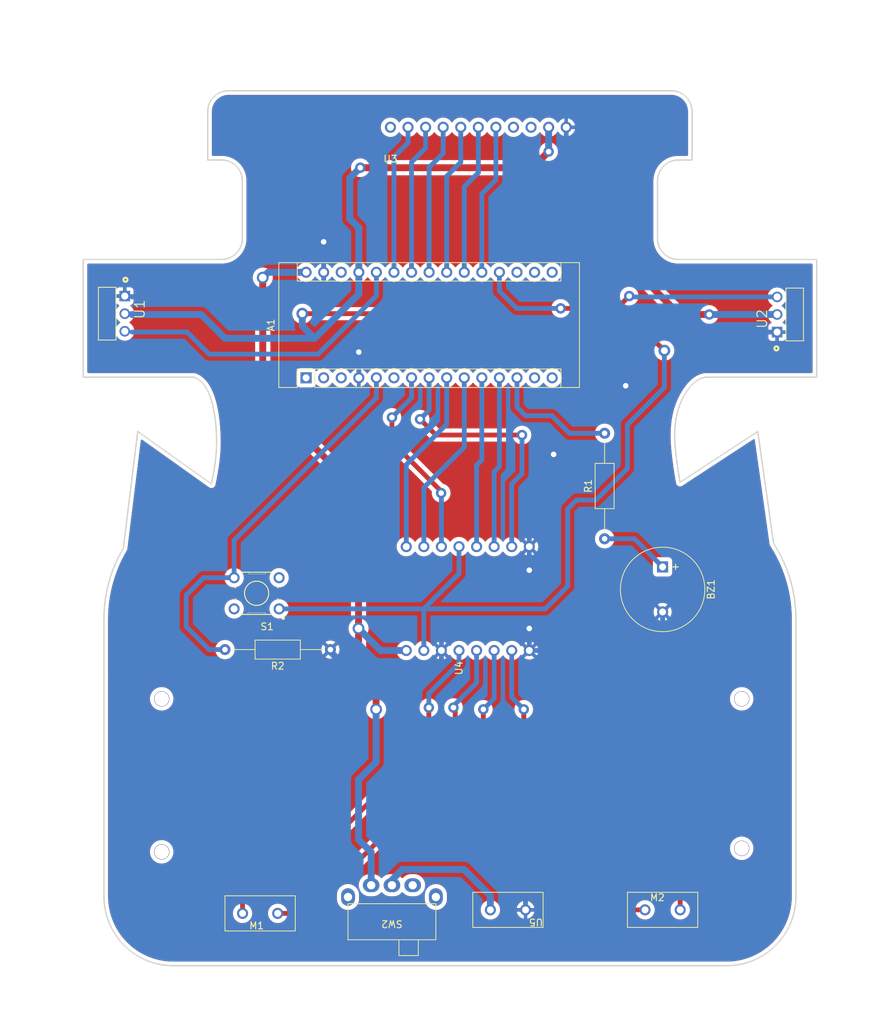
<source format=kicad_pcb>
(kicad_pcb (version 20211014) (generator pcbnew)
  (layers (0 "F.Cu" signal) (31 "B.Cu" signal) (34 "B.Paste" user) (35 "F.Paste" user) (36 "B.SilkS" user "B.Silkscreen") (37 "F.SilkS" user "F.Silkscreen") (38 "B.Mask" user) (39 "F.Mask" user) (44 "Edge.Cuts" user))
  (net 0 "")
  (net 4 "GND")
  (net 5 "Net-(A1-Pad5)")
  (net 7 "Net-(A1-Pad13)")
  (net 13 "Net-(A1-Pad7)")
  (net 14 "Net-(A1-Pad20)")
  (net 15 "Net-(A1-Pad21)")
  (net 16 "Net-(A1-Pad22)")
  (net 17 "Net-(A1-Pad23)")
  (net 18 "Net-(A1-Pad24)")
  (net 19 "Net-(A1-Pad25)")
  (net 20 "Net-(A1-Pad8)")
  (net 21 "+5V")
  (net 23 "Net-(A1-Pad9)")
  (net 24 "+7.5V")
  (net 25 "Net-(A1-Pad10)")
  (net 26 "Net-(A1-Pad11)")
  (net 27 "Net-(A1-Pad12)")
  (net 28 "Net-(A1-Pad26)")
  (net 29 "Net-(BZ1-Pad1)")
  (net 30 "Net-(M1-Pad1)")
  (net 31 "Net-(M1-Pad2)")
  (net 32 "Net-(M2-Pad1)")
  (net 33 "Net-(M2-Pad2)")
  (net 39 "Net-(A1-Pad19)")
  (net 40 "Net-(SW2-Pad2)")
  (footprint "QTR-1A:SENSOR_QTR-1A_REFLECTANCE_SENSOR" (layer "F.Cu") (at 87.376 59.69 -90)
    (fp_text reference "U1" (at -0.635345 -4.701515 90) (layer "F.SilkS") (effects (font (size 1.400748 1.400748))))
    (fp_text value "QTR-1A_REFLECTANCE_SENSOR")
    (fp_line (start 3.81 -1.27) (end 3.81 1.27) (layer "F.SilkS") (width 0.127))
    (fp_line (start -3.81 1.27) (end -3.81 -1.27) (layer "F.SilkS") (width 0.127))
    (fp_line (start -3.81 -1.27) (end 3.81 -1.27) (layer "F.SilkS") (width 0.127))
    (fp_line (start 3.81 1.27) (end -3.81 1.27) (layer "F.SilkS") (width 0.127))
    (fp_circle (center -4.9 -2.64) (end -4.758581 -2.64) (layer "F.SilkS") (width 0.3) (fill none))
    (pad "1" thru_hole rect locked (at -2.54 -2.54 270) (size 1.53 1.53) (drill 1.02) (layers *.Cu *.Mask) (net 4 "GND"))
    (pad "2" thru_hole circle locked (at 0 -2.54 270) (size 1.53 1.53) (drill 1.02) (layers *.Cu *.Mask) (net 21 "+5V"))
    (pad "3" thru_hole circle locked (at 2.54 -2.54 270) (size 1.53 1.53) (drill 1.02) (layers *.Cu *.Mask) (net 28 "Net-(A1-Pad26)"))
  )
  (footprint "8-lines:motor dc conection_copy" (layer "F.Cu") (at 106.934 146.304)
    (fp_text reference "M1" (at 2.032 1.778 unlocked) (layer "F.SilkS"))
    (fp_text value "Motor_DC")
    (fp_rect (start -2.54 -2.54) (end 7.62 2.54) (layer "F.SilkS") (width 0.12) (fill none))
    (pad "1" thru_hole oval (at 0 0) (size 1.6 1.6) (drill 1) (layers *.Cu *.Mask) (net 30 "Net-(M1-Pad1)"))
    (pad "2" thru_hole oval (at 5.08 0) (size 1.6 1.6) (drill 1) (layers *.Cu *.Mask) (net 31 "Net-(M1-Pad2)"))
  )
  (footprint "8-lines:motor dc conection_copy" (layer "F.Cu") (at 165.1 145.796)
    (fp_text reference "M2" (at 1.778 -1.778 unlocked) (layer "F.SilkS"))
    (fp_text value "Motor_DC")
    (fp_rect (start -2.54 -2.54) (end 7.62 2.54) (layer "F.SilkS") (width 0.12) (fill none))
    (pad "1" thru_hole oval (at 0 0) (size 1.6 1.6) (drill 1) (layers *.Cu *.Mask) (net 32 "Net-(M2-Pad1)"))
    (pad "2" thru_hole oval (at 5.08 0) (size 1.6 1.6) (drill 1) (layers *.Cu *.Mask) (net 33 "Net-(M2-Pad2)"))
  )
  (footprint "8-lines:SPST slide switch" (layer "F.Cu") (at 128.524 142.24 180)
    (fp_text reference "SW2" (at 0 -5.588 180 unlocked) (layer "F.SilkS"))
    (fp_text value "SW_SPDT")
    (fp_line (start -1.016 -10.16) (end -1.016 -8.001) (layer "F.SilkS") (width 0.12))
    (fp_line (start -3.81 -10.16) (end -1.016 -10.16) (layer "F.SilkS") (width 0.12))
    (fp_line (start -3.81 -7.874) (end -3.81 -10.16) (layer "F.SilkS") (width 0.12))
    (fp_line (start -6.35 -2.667) (end -6.35 -7.874) (layer "F.SilkS") (width 0.12))
    (fp_line (start -6.35 -7.874) (end 6.35 -7.874) (layer "F.SilkS") (width 0.12))
    (fp_line (start 6.35 -7.874) (end 6.35 -2.667) (layer "F.SilkS") (width 0.12))
    (fp_line (start 6.35 -2.667) (end -6.35 -2.667) (layer "F.SilkS") (width 0.12))
    (pad "" np_thru_hole oval (at -6.35 -1.7 180) (size 2 2.54) (drill 1.2) (layers F&B.Cu *.Mask))
    (pad "" np_thru_hole oval (at 6.35 -1.7 180) (size 2 2.54) (drill 1.2) (layers F&B.Cu *.Mask))
    (pad "1" thru_hole oval (at -3 0 180) (size 2.4 2) (drill 1.2) (layers *.Cu *.Mask))
    (pad "2" thru_hole oval (at 0 0 180) (size 2.4 2) (drill 1.2) (layers *.Cu *.Mask) (net 40 "Net-(SW2-Pad2)"))
    (pad "3" thru_hole oval (at 3 0 180) (size 2.4 2) (drill 1.2) (layers *.Cu *.Mask) (net 24 "+7.5V"))
  )
  (footprint "button:SW_B3F-1000" (layer "F.Cu") (at 108.966 100.076 180)
    (fp_text reference "S1" (at -1.523015 -4.818045) (layer "F.SilkS") (effects (font (size 1.000008 1.000008))))
    (fp_text value "B3F-1000")
    (fp_line (start 1.27 -2.794) (end -1.27 -2.794) (layer "F.SilkS") (width 0.0508))
    (fp_line (start -3.048 0.762) (end -3.048 1.016) (layer "F.SilkS") (width 0.1524))
    (fp_line (start 1.143 2.794) (end 1.143 3.048) (layer "F.SilkS") (width 0.0508))
    (fp_line (start 1.27 -3.048) (end -1.27 -3.048) (layer "F.SilkS") (width 0.1524))
    (fp_line (start 1.27 -2.794) (end 1.27 -3.048) (layer "F.SilkS") (width 0.0508))
    (fp_line (start -1.27 2.794) (end -1.27 3.048) (layer "F.SilkS") (width 0.0508))
    (fp_line (start -1.27 -3.048) (end -1.27 -2.794) (layer "F.SilkS") (width 0.0508))
    (fp_line (start -2.159 3.048) (end -1.27 3.048) (layer "F.SilkS") (width 0.1524))
    (fp_line (start 1.143 2.794) (end -1.27 2.794) (layer "F.SilkS") (width 0.0508))
    (fp_line (start 2.159 -3.048) (end 1.27 -3.048) (layer "F.SilkS") (width 0.1524))
    (fp_line (start 1.143 3.048) (end 2.159 3.048) (layer "F.SilkS") (width 0.1524))
    (fp_line (start -1.27 -3.048) (end -2.159 -3.048) (layer "F.SilkS") (width 0.1524))
    (fp_line (start 3.048 0.762) (end 3.048 1.016) (layer "F.SilkS") (width 0.1524))
    (fp_line (start 3.048 -0.762) (end 3.048 -1.016) (layer "F.SilkS") (width 0.1524))
    (fp_line (start -3.048 -0.762) (end -3.048 -1.016) (layer "F.SilkS") (width 0.1524))
    (fp_line (start -1.27 3.048) (end 1.143 3.048) (layer "F.SilkS") (width 0.1524))
    (fp_circle (center 0 0) (end 1.75 0) (layer "F.SilkS") (width 0.1524) (fill none))
    (fp_circle (center -3.85 -3.6) (end -3.6 -3.6) (layer "F.SilkS") (width 0) (fill solid))
    (pad "1" thru_hole circle locked (at -3.25 -2.25 180) (size 1.6 1.6) (drill 1) (layers *.Cu *.Mask) (net 21 "+5V"))
    (pad "2" thru_hole circle locked (at 3.25 -2.25 180) (size 1.6 1.6) (drill 1) (layers *.Cu *.Mask))
    (pad "3" thru_hole circle locked (at -3.25 2.25 180) (size 1.6 1.6) (drill 1) (layers *.Cu *.Mask))
    (pad "4" thru_hole circle locked (at 3.25 2.25 180) (size 1.6 1.6) (drill 1) (layers *.Cu *.Mask) (net 5 "Net-(A1-Pad5)"))
  )
  (footprint "8-lines:8-lines sensor" (layer "F.Cu") (at 128.308 35.306)
    (fp_text reference "U3" (at 0 2.04 unlocked) (layer "F.SilkS"))
    (fp_text value "8sensor_line")
    (pad "" thru_hole oval (at 20.32 -2.54) (size 1.6 1.6) (drill 1) (layers *.Cu *.Mask))
    (pad "1" thru_hole oval (at 17.78 -2.54) (size 1.6 1.6) (drill 1) (layers *.Cu *.Mask))
    (pad "2" thru_hole oval (at 15.24 -2.54) (size 1.6 1.6) (drill 1) (layers *.Cu *.Mask) (net 14 "Net-(A1-Pad20)"))
    (pad "3" thru_hole oval (at 12.7 -2.54) (size 1.6 1.6) (drill 1) (layers *.Cu *.Mask) (net 15 "Net-(A1-Pad21)"))
    (pad "4" thru_hole oval (at 10.16 -2.54) (size 1.6 1.6) (drill 1) (layers *.Cu *.Mask) (net 16 "Net-(A1-Pad22)"))
    (pad "5" thru_hole oval (at 7.62 -2.54) (size 1.6 1.6) (drill 1) (layers *.Cu *.Mask) (net 17 "Net-(A1-Pad23)"))
    (pad "6" thru_hole oval (at 5.08 -2.54) (size 1.6 1.6) (drill 1) (layers *.Cu *.Mask) (net 18 "Net-(A1-Pad24)"))
    (pad "7" thru_hole oval (at 2.54 -2.54) (size 1.6 1.6) (drill 1) (layers *.Cu *.Mask) (net 19 "Net-(A1-Pad25)"))
    (pad "8" thru_hole oval (at 0 -2.54) (size 1.6 1.6) (drill 1) (layers *.Cu *.Mask))
    (pad "9" thru_hole oval (at 25.4 -2.54) (size 1.6 1.6) (drill 1) (layers *.Cu *.Mask) (net 4 "GND"))
    (pad "10" thru_hole oval (at 22.86 -2.54) (size 1.6 1.6) (drill 1) (layers *.Cu *.Mask) (net 21 "+5V"))
  )
  (footprint "Resistor_THT:R_Axial_DIN0207_L6.3mm_D2.5mm_P15.24mm_Horizontal" (layer "F.Cu") (at 159.258 92.202 90)
    (fp_text reference "R1" (at 7.62 -2.37 90) (layer "F.SilkS"))
    (fp_text value "220")
    (fp_line (start 14.2 0) (end 10.89 0) (layer "F.SilkS") (width 0.12))
    (fp_line (start 10.89 -1.37) (end 4.35 -1.37) (layer "F.SilkS") (width 0.12))
    (fp_line (start 4.35 -1.37) (end 4.35 1.37) (layer "F.SilkS") (width 0.12))
    (fp_line (start 10.89 1.37) (end 10.89 -1.37) (layer "F.SilkS") (width 0.12))
    (fp_line (start 4.35 1.37) (end 10.89 1.37) (layer "F.SilkS") (width 0.12))
    (fp_line (start 1.04 0) (end 4.35 0) (layer "F.SilkS") (width 0.12))
    (pad "1" thru_hole circle (at 0 0 90) (size 1.6 1.6) (drill 0.8) (layers *.Cu *.Mask) (net 29 "Net-(BZ1-Pad1)"))
    (pad "2" thru_hole oval (at 15.24 0 90) (size 1.6 1.6) (drill 0.8) (layers *.Cu *.Mask) (net 7 "Net-(A1-Pad13)"))
  )
  (footprint "QTR-1A:SENSOR_QTR-1A_REFLECTANCE_SENSOR" (layer "F.Cu") (at 186.728 59.808487 90)
    (fp_text reference "U2" (at -0.635345 -4.701515 90) (layer "F.SilkS") (effects (font (size 1.400748 1.400748))))
    (fp_text value "QTR-1A_REFLECTANCE_SENSOR")
    (fp_line (start 3.81 1.27) (end -3.81 1.27) (layer "F.SilkS") (width 0.127))
    (fp_line (start -3.81 -1.27) (end 3.81 -1.27) (layer "F.SilkS") (width 0.127))
    (fp_line (start 3.81 -1.27) (end 3.81 1.27) (layer "F.SilkS") (width 0.127))
    (fp_line (start -3.81 1.27) (end -3.81 -1.27) (layer "F.SilkS") (width 0.127))
    (fp_circle (center -4.9 -2.64) (end -4.758581 -2.64) (layer "F.SilkS") (width 0.3) (fill none))
    (pad "1" thru_hole rect locked (at -2.54 -2.54 90) (size 1.53 1.53) (drill 1.02) (layers *.Cu *.Mask) (net 4 "GND"))
    (pad "2" thru_hole circle locked (at 0 -2.54 90) (size 1.53 1.53) (drill 1.02) (layers *.Cu *.Mask) (net 21 "+5V"))
    (pad "3" thru_hole circle locked (at 2.54 -2.54 90) (size 1.53 1.53) (drill 1.02) (layers *.Cu *.Mask) (net 39 "Net-(A1-Pad19)"))
  )
  (footprint "8-lines:motor dc conection_copy" (layer "F.Cu") (at 147.828 145.796 180)
    (fp_text reference "U5" (at -1.524 -1.778 180 unlocked) (layer "F.SilkS"))
    (fp_text value "bat_conector")
    (fp_rect (start -2.54 -2.54) (end 7.62 2.54) (layer "F.SilkS") (width 0.12) (fill none))
    (pad "1" thru_hole oval (at 0 0 180) (size 1.6 1.6) (drill 1) (layers *.Cu *.Mask) (net 4 "GND"))
    (pad "2" thru_hole oval (at 5.08 0 180) (size 1.6 1.6) (drill 1) (layers *.Cu *.Mask) (net 40 "Net-(SW2-Pad2)"))
  )
  (footprint "Resistor_THT:R_Axial_DIN0207_L6.3mm_D2.5mm_P15.24mm_Horizontal" (layer "F.Cu") (at 119.634 108.204 180)
    (fp_text reference "R2" (at 7.62 -2.37) (layer "F.SilkS"))
    (fp_text value "47k")
    (fp_line (start 10.89 -1.37) (end 4.35 -1.37) (layer "F.SilkS") (width 0.12))
    (fp_line (start 10.89 1.37) (end 10.89 -1.37) (layer "F.SilkS") (width 0.12))
    (fp_line (start 1.04 0) (end 4.35 0) (layer "F.SilkS") (width 0.12))
    (fp_line (start 14.2 0) (end 10.89 0) (layer "F.SilkS") (width 0.12))
    (fp_line (start 4.35 -1.37) (end 4.35 1.37) (layer "F.SilkS") (width 0.12))
    (fp_line (start 4.35 1.37) (end 10.89 1.37) (layer "F.SilkS") (width 0.12))
    (pad "1" thru_hole circle (at 0 0 180) (size 1.6 1.6) (drill 0.8) (layers *.Cu *.Mask) (net 4 "GND"))
    (pad "2" thru_hole oval (at 15.24 0 180) (size 1.6 1.6) (drill 0.8) (layers *.Cu *.Mask) (net 5 "Net-(A1-Pad5)"))
  )
  (footprint "8-lines:TB6612FNG-Motor driver" (layer "F.Cu") (at 148.374 110.876487 90)
    (fp_text reference "U4" (at 0 -10.16 90 unlocked) (layer "F.SilkS"))
    (fp_text value "TB6612FNG-motor_driver")
    (pad "1" thru_hole circle (at 2.54 -17.78 90) (size 1.6 1.6) (drill 1) (layers *.Cu *.Mask) (net 24 "+7.5V"))
    (pad "2" thru_hole circle (at 17.54 -17.78 90) (size 1.6 1.6) (drill 1) (layers *.Cu *.Mask) (net 23 "Net-(A1-Pad9)"))
    (pad "3" thru_hole circle (at 2.54 -15.24 90) (size 1.6 1.6) (drill 1) (layers *.Cu *.Mask) (net 21 "+5V"))
    (pad "4" thru_hole circle (at 17.54 -15.24 90) (size 1.6 1.6) (drill 1) (layers *.Cu *.Mask) (net 25 "Net-(A1-Pad10)"))
    (pad "5" thru_hole circle (at 2.54 -12.7 90) (size 1.6 1.6) (drill 1) (layers *.Cu *.Mask) (net 4 "GND"))
    (pad "6" thru_hole circle (at 17.54 -12.7 90) (size 1.6 1.6) (drill 1) (layers *.Cu *.Mask) (net 13 "Net-(A1-Pad7)"))
    (pad "7" thru_hole circle (at 2.54 -10.16 90) (size 1.6 1.6) (drill 1) (layers *.Cu *.Mask) (net 30 "Net-(M1-Pad1)"))
    (pad "8" thru_hole circle (at 17.54 -10.16 90) (size 1.6 1.6) (drill 1) (layers *.Cu *.Mask) (net 21 "+5V"))
    (pad "9" thru_hole circle (at 2.54 -7.62 90) (size 1.6 1.6) (drill 1) (layers *.Cu *.Mask) (net 31 "Net-(M1-Pad2)"))
    (pad "10" thru_hole circle (at 17.54 -7.62 90) (size 1.6 1.6) (drill 1) (layers *.Cu *.Mask) (net 26 "Net-(A1-Pad11)"))
    (pad "11" thru_hole circle (at 2.54 -5.08 90) (size 1.6 1.6) (drill 1) (layers *.Cu *.Mask) (net 32 "Net-(M2-Pad1)"))
    (pad "12" thru_hole circle (at 17.54 -5.08 90) (size 1.6 1.6) (drill 1) (layers *.Cu *.Mask) (net 27 "Net-(A1-Pad12)"))
    (pad "13" thru_hole circle (at 2.54 -2.54 90) (size 1.6 1.6) (drill 1) (layers *.Cu *.Mask) (net 33 "Net-(M2-Pad2)"))
    (pad "14" thru_hole circle (at 17.54 -2.54 90) (size 1.6 1.6) (drill 1) (layers *.Cu *.Mask) (net 20 "Net-(A1-Pad8)"))
    (pad "15" thru_hole circle (at 2.54 0 90) (size 1.6 1.6) (drill 1) (layers *.Cu *.Mask) (net 4 "GND"))
    (pad "16" thru_hole circle (at 17.54 0 90) (size 1.6 1.6) (drill 1) (layers *.Cu *.Mask) (net 4 "GND"))
  )
  (footprint "Buzzer_Beeper:MagneticBuzzer_ProSignal_ABT-410-RC" (layer "F.Cu") (at 167.64 96.266 -90)
    (fp_text reference "BZ1" (at 3.25 -7 90) (layer "F.SilkS"))
    (fp_text value "Buzzer")
    (fp_text user "+" (at 0 -1.8 90) (layer "F.SilkS"))
    (fp_circle (center 3.25 0) (end 9.35 0) (layer "F.SilkS") (width 0.12) (fill none))
    (pad "1" thru_hole rect (at 0 0 270) (size 1.6 1.6) (drill 1) (layers *.Cu *.Mask) (net 29 "Net-(BZ1-Pad1)"))
    (pad "2" thru_hole circle (at 6.5 0 270) (size 1.6 1.6) (drill 1) (layers *.Cu *.Mask) (net 4 "GND"))
  )
  (footprint "Module:Arduino_Nano" (layer "F.Cu") (at 116.116 68.952487 90)
    (fp_text reference "A1" (at 7.62 -5.08 90) (layer "F.SilkS"))
    (fp_text value "Arduino_Nano_v3.x")
    (fp_line (start 13.97 36.83) (end 16.64 36.83) (layer "F.SilkS") (width 0.12))
    (fp_line (start 1.27 -1.27) (end -1.4 -1.27) (layer "F.SilkS") (width 0.12))
    (fp_line (start 1.27 1.27) (end 1.27 36.83) (layer "F.SilkS") (width 0.12))
    (fp_line (start 16.64 39.5) (end 16.64 -3.94) (layer "F.SilkS") (width 0.12))
    (fp_line (start 13.97 -1.27) (end 16.64 -1.27) (layer "F.SilkS") (width 0.12))
    (fp_line (start -1.4 1.27) (end -1.4 39.5) (layer "F.SilkS") (width 0.12))
    (fp_line (start 1.27 36.83) (end -1.4 36.83) (layer "F.SilkS") (width 0.12))
    (fp_line (start 16.64 -3.94) (end -1.4 -3.94) (layer "F.SilkS") (width 0.12))
    (fp_line (start -1.4 -3.94) (end -1.4 -1.27) (layer "F.SilkS") (width 0.12))
    (fp_line (start 1.27 1.27) (end -1.4 1.27) (layer "F.SilkS") (width 0.12))
    (fp_line (start 13.97 -1.27) (end 13.97 36.83) (layer "F.SilkS") (width 0.12))
    (fp_line (start -1.4 39.5) (end 16.64 39.5) (layer "F.SilkS") (width 0.12))
    (fp_line (start 1.27 1.27) (end 1.27 -1.27) (layer "F.SilkS") (width 0.12))
    (pad "1" thru_hole rect (at 0 0 90) (size 1.6 1.6) (drill 1) (layers *.Cu *.Mask))
    (pad "2" thru_hole oval (at 0 2.54 90) (size 1.6 1.6) (drill 1) (layers *.Cu *.Mask))
    (pad "3" thru_hole oval (at 0 5.08 90) (size 1.6 1.6) (drill 1) (layers *.Cu *.Mask))
    (pad "4" thru_hole oval (at 0 7.62 90) (size 1.6 1.6) (drill 1) (layers *.Cu *.Mask) (net 4 "GND"))
    (pad "5" thru_hole oval (at 0 10.16 90) (size 1.6 1.6) (drill 1) (layers *.Cu *.Mask) (net 5 "Net-(A1-Pad5)"))
    (pad "6" thru_hole oval (at 0 12.7 90) (size 1.6 1.6) (drill 1) (layers *.Cu *.Mask))
    (pad "7" thru_hole oval (at 0 15.24 90) (size 1.6 1.6) (drill 1) (layers *.Cu *.Mask) (net 13 "Net-(A1-Pad7)"))
    (pad "8" thru_hole oval (at 0 17.78 90) (size 1.6 1.6) (drill 1) (layers *.Cu *.Mask) (net 20 "Net-(A1-Pad8)"))
    (pad "9" thru_hole oval (at 0 20.32 90) (size 1.6 1.6) (drill 1) (layers *.Cu *.Mask) (net 23 "Net-(A1-Pad9)"))
    (pad "10" thru_hole oval (at 0 22.86 90) (size 1.6 1.6) (drill 1) (layers *.Cu *.Mask) (net 25 "Net-(A1-Pad10)"))
    (pad "11" thru_hole oval (at 0 25.4 90) (size 1.6 1.6) (drill 1) (layers *.Cu *.Mask) (net 26 "Net-(A1-Pad11)"))
    (pad "12" thru_hole oval (at 0 27.94 90) (size 1.6 1.6) (drill 1) (layers *.Cu *.Mask) (net 27 "Net-(A1-Pad12)"))
    (pad "13" thru_hole oval (at 0 30.48 90) (size 1.6 1.6) (drill 1) (layers *.Cu *.Mask) (net 7 "Net-(A1-Pad13)"))
    (pad "14" thru_hole oval (at 0 33.02 90) (size 1.6 1.6) (drill 1) (layers *.Cu *.Mask))
    (pad "15" thru_hole oval (at 0 35.56 90) (size 1.6 1.6) (drill 1) (layers *.Cu *.Mask))
    (pad "16" thru_hole oval (at 15.24 35.56 90) (size 1.6 1.6) (drill 1) (layers *.Cu *.Mask))
    (pad "17" thru_hole oval (at 15.24 33.02 90) (size 1.6 1.6) (drill 1) (layers *.Cu *.Mask))
    (pad "18" thru_hole oval (at 15.24 30.48 90) (size 1.6 1.6) (drill 1) (layers *.Cu *.Mask))
    (pad "19" thru_hole oval (at 15.24 27.94 90) (size 1.6 1.6) (drill 1) (layers *.Cu *.Mask) (net 39 "Net-(A1-Pad19)"))
    (pad "20" thru_hole oval (at 15.24 25.4 90) (size 1.6 1.6) (drill 1) (layers *.Cu *.Mask) (net 14 "Net-(A1-Pad20)"))
    (pad "21" thru_hole oval (at 15.24 22.86 90) (size 1.6 1.6) (drill 1) (layers *.Cu *.Mask) (net 15 "Net-(A1-Pad21)"))
    (pad "22" thru_hole oval (at 15.24 20.32 90) (size 1.6 1.6) (drill 1) (layers *.Cu *.Mask) (net 16 "Net-(A1-Pad22)"))
    (pad "23" thru_hole oval (at 15.24 17.78 90) (size 1.6 1.6) (drill 1) (layers *.Cu *.Mask) (net 17 "Net-(A1-Pad23)"))
    (pad "24" thru_hole oval (at 15.24 15.24 90) (size 1.6 1.6) (drill 1) (layers *.Cu *.Mask) (net 18 "Net-(A1-Pad24)"))
    (pad "25" thru_hole oval (at 15.24 12.7 90) (size 1.6 1.6) (drill 1) (layers *.Cu *.Mask) (net 19 "Net-(A1-Pad25)"))
    (pad "26" thru_hole oval (at 15.24 10.16 90) (size 1.6 1.6) (drill 1) (layers *.Cu *.Mask) (net 28 "Net-(A1-Pad26)"))
    (pad "27" thru_hole oval (at 15.24 7.62 90) (size 1.6 1.6) (drill 1) (layers *.Cu *.Mask) (net 21 "+5V"))
    (pad "28" thru_hole oval (at 15.24 5.08 90) (size 1.6 1.6) (drill 1) (layers *.Cu *.Mask))
    (pad "29" thru_hole oval (at 15.24 2.54 90) (size 1.6 1.6) (drill 1) (layers *.Cu *.Mask) (net 4 "GND"))
    (pad "30" thru_hole oval (at 15.24 0 90) (size 1.6 1.6) (drill 1) (layers *.Cu *.Mask) (net 24 "+7.5V"))
  )
  (gr_curve (pts (xy 173.906 68.859638) (xy 172.518225 68.963276) (xy 171.339863 70.370607) (xy 170.587624 71.826565)) (layer "Edge.Cuts") (width 0.2))
  (gr_curve (pts (xy 99.906 68.859638) (xy 102.181198 69.618112) (xy 102.895944 73.306479) (xy 103.111758 76.248061)) (layer "Edge.Cuts") (width 0.2))
  (gr_line (start 86.906 111.774664) (end 86.906 103.774664) (layer "Edge.Cuts") (width 0.2))
  (gr_line (start 86.906 111.774664) (end 86.906 143.859638) (layer "Edge.Cuts") (width 0.2))
  (gr_line (start 91.790916 76.70781) (end 89.701444 93.576465) (layer "Edge.Cuts") (width 0.2))
  (gr_line (start 96.906 153.859638) (end 176.906 153.859638) (layer "Edge.Cuts") (width 0.2))
  (gr_curve (pts (xy 170.587624 71.826565) (xy 168.989068 74.920569) (xy 169.314839 78.234166) (xy 169.722549 81.246273)) (layer "Edge.Cuts") (width 0.2))
  (gr_line (start 181.392207 76.70781) (end 170.165459 84.042054) (layer "Edge.Cuts") (width 0.2))
  (gr_line (start 103.906 51.859638) (end 83.906 51.859638) (layer "Edge.Cuts") (width 0.2))
  (gr_arc (start 166.906 40.496362) (mid 167.784696 38.375077) (end 169.906 37.496362) (layer "Edge.Cuts") (width 0.2))
  (gr_arc (start 186.906 143.859638) (mid 183.977057 150.930692) (end 176.906 153.859638) (layer "Edge.Cuts") (width 0.2))
  (gr_arc (start 168.906 27.496362) (mid 171.027319 28.375048) (end 171.906 30.496362) (layer "Edge.Cuts") (width 0.2))
  (gr_line (start 171.906 37.496362) (end 169.906 37.496362) (layer "Edge.Cuts") (width 0.2))
  (gr_line (start 189.906 68.859638) (end 173.906 68.859638) (layer "Edge.Cuts") (width 0.2))
  (gr_line (start 166.906 40.496362) (end 166.906 40.859638) (layer "Edge.Cuts") (width 0.2))
  (gr_arc (start 169.906 51.859638) (mid 167.784652 50.980969) (end 166.906 48.859638) (layer "Edge.Cuts") (width 0.2))
  (gr_line (start 171.906 30.496362) (end 171.906 34.496362) (layer "Edge.Cuts") (width 0.2))
  (gr_line (start 186.906 111.774664) (end 186.906 143.859638) (layer "Edge.Cuts") (width 0.2))
  (gr_arc (start 101.906 30.496362) (mid 102.784696 28.375077) (end 104.906 27.496362) (layer "Edge.Cuts") (width 0.2))
  (gr_line (start 101.906 34.496362) (end 101.906 37.496362) (layer "Edge.Cuts") (width 0.2))
  (gr_line (start 166.906 48.859638) (end 166.906 40.859638) (layer "Edge.Cuts") (width 0.2))
  (gr_curve (pts (xy 169.722549 81.246273) (xy 169.844553 82.147626) (xy 169.973895 83.021981) (xy 170.165459 84.042054)) (layer "Edge.Cuts") (width 0.2))
  (gr_arc (start 103.906 37.496362) (mid 106.027319 38.375048) (end 106.906 40.496362) (layer "Edge.Cuts") (width 0.2))
  (gr_arc (start 86.906 103.774664) (mid 87.617528 98.487472) (end 89.701444 93.576465) (layer "Edge.Cuts") (width 0.2))
  (gr_line (start 106.906 40.496362) (end 106.906 40.859638) (layer "Edge.Cuts") (width 0.2))
  (gr_line (start 189.906 51.859638) (end 189.906 68.859638) (layer "Edge.Cuts") (width 0.2))
  (gr_arc (start 96.906 153.859638) (mid 89.834931 150.930707) (end 86.906 143.859638) (layer "Edge.Cuts") (width 0.2))
  (gr_line (start 101.906 37.496362) (end 103.906 37.496362) (layer "Edge.Cuts") (width 0.2))
  (gr_arc (start 183.678874 92.881055) (mid 186.082262 98.093883) (end 186.906 103.774664) (layer "Edge.Cuts") (width 0.2))
  (gr_line (start 186.906 111.774664) (end 186.906 103.774664) (layer "Edge.Cuts") (width 0.2))
  (gr_curve (pts (xy 103.111758 76.248061) (xy 103.327766 79.19228) (xy 103.043947 81.388374) (xy 102.435217 84.280765)) (layer "Edge.Cuts") (width 0.2))
  (gr_line (start 171.906 34.496362) (end 171.906 37.496362) (layer "Edge.Cuts") (width 0.2))
  (gr_line (start 83.906 68.859638) (end 99.906 68.859638) (layer "Edge.Cuts") (width 0.2))
  (gr_line (start 101.906 34.496362) (end 101.906 30.496362) (layer "Edge.Cuts") (width 0.2))
  (gr_arc (start 106.906 48.859638) (mid 106.027309 50.980944) (end 103.906 51.859638) (layer "Edge.Cuts") (width 0.2))
  (gr_line (start 83.906 51.859638) (end 83.906 68.859638) (layer "Edge.Cuts") (width 0.2))
  (gr_line (start 136.906 27.496362) (end 168.906 27.496362) (layer "Edge.Cuts") (width 0.2))
  (gr_line (start 104.906 27.496362) (end 136.906 27.496362) (layer "Edge.Cuts") (width 0.2))
  (gr_line (start 91.790916 76.70781) (end 102.435217 84.280765) (layer "Edge.Cuts") (width 0.2))
  (gr_line (start 106.906 48.859638) (end 106.906 40.859638) (layer "Edge.Cuts") (width 0.2))
  (gr_line (start 181.392207 76.70781) (end 183.678874 92.881055) (layer "Edge.Cuts") (width 0.2))
  (gr_line (start 169.906 51.859638) (end 189.906 51.859638) (layer "Edge.Cuts") (width 0.2))
  (via (at 179.07 136.906) (size 2.2) (drill 2.1) (layers "F.Cu" "B.Cu") (net 0))
  (via (at 179.07 115.316) (size 2.2) (drill 2.1) (layers "F.Cu" "B.Cu") (net 0))
  (via (at 95.25 115.316) (size 2.2) (drill 2.1) (layers "F.Cu" "B.Cu") (net 0))
  (via (at 95.25 137.414) (size 2.2) (drill 2.1) (layers "F.Cu" "B.Cu") (net 0))
  (segment (start 112.522 51.562) (end 112.522 61.976) (width 0.7) (layer "F.Cu") (net 4))
  (segment (start 162.306 70.104) (end 160.274 72.136) (width 0.7) (layer "F.Cu") (net 4))
  (segment (start 115.786 65.24) (end 123.736 65.24) (width 0.7) (layer "F.Cu") (net 4))
  (segment (start 148.374 96.736) (end 148.374 105.156) (width 0.7) (layer "F.Cu") (net 4))
  (segment (start 118.656 49.314) (end 118.618 49.276) (width 0.7) (layer "F.Cu") (net 4))
  (segment (start 112.522 61.976) (end 115.786 65.24) (width 0.7) (layer "F.Cu") (net 4))
  (segment (start 155.448 72.136) (end 151.892 75.692) (width 0.7) (layer "F.Cu") (net 4))
  (segment (start 118.618 49.276) (end 114.808 49.276) (width 0.7) (layer "F.Cu") (net 4))
  (segment (start 160.274 72.136) (end 155.448 72.136) (width 0.7) (layer "F.Cu") (net 4))
  (segment (start 114.808 49.276) (end 112.522 51.562) (width 0.7) (layer "F.Cu") (net 4))
  (segment (start 151.892 75.692) (end 151.892 80.01) (width 0.7) (layer "F.Cu") (net 4))
  (via (at 123.736 65.24) (size 1.5) (drill 0.8) (layers "F.Cu" "B.Cu") (net 4))
  (via (at 162.306 70.104) (size 1.5) (drill 0.8) (layers "F.Cu" "B.Cu") (net 4))
  (via (at 118.656 49.314) (size 1.5) (drill 0.8) (layers "F.Cu" "B.Cu") (net 4))
  (via (at 148.374 96.736) (size 1.5) (drill 0.8) (layers "F.Cu" "B.Cu") (net 4))
  (via (at 148.374 105.156) (size 1.5) (drill 0.8) (layers "F.Cu" "B.Cu") (net 4))
  (via (at 151.892 80.01) (size 1.5) (drill 0.8) (layers "F.Cu" "B.Cu") (net 4))
  (segment (start 153.708 42.456) (end 153.708 32.766) (width 0.7) (layer "B.Cu") (net 4))
  (segment (start 148.374 108.336487) (end 148.374 105.156) (width 0.7) (layer "B.Cu") (net 4))
  (segment (start 132.588 113.284) (end 135.674 110.198) (width 0.7) (layer "B.Cu") (net 4))
  (segment (start 167.64 102.766) (end 167.64 105.41) (width 0.7) (layer "B.Cu") (net 4))
  (segment (start 137.16 105.156) (end 148.374 105.156) (width 0.7) (layer "B.Cu") (net 4))
  (segment (start 162.306 65.532) (end 162.306 70.104) (width 0.7) (layer "B.Cu") (net 4))
  (segment (start 124.206 113.284) (end 119.634 108.712) (width 0.7) (layer "B.Cu") (net 4))
  (segment (start 130.048 113.284) (end 132.588 113.284) (width 0.7) (layer "B.Cu") (net 4))
  (segment (start 135.674 108.336487) (end 135.674 106.642) (width 0.7) (layer "B.Cu") (net 4))
  (segment (start 136.652 134.874) (end 143.256 134.874) (width 0.7) (layer "B.Cu") (net 4))
  (segment (start 123.736 65.24) (end 123.736 68.952487) (width 0.7) (layer "B.Cu") (net 4))
  (segment (start 159.122487 62.348487) (end 126.627513 62.348487) (width 0.7) (layer "B.Cu") (net 4))
  (segment (start 147.828 139.446) (end 147.828 145.796) (width 0.7) (layer "B.Cu") (net 4))
  (segment (start 167.64 105.41) (end 164.846 108.204) (width 0.7) (layer "B.Cu") (net 4))
  (segment (start 148.374 93.336487) (end 148.374 96.736) (width 0.7) (layer "B.Cu") (net 4))
  (segment (start 151.892 80.01) (end 151.892 81.788) (width 0.7) (layer "B.Cu") (net 4))
  (segment (start 117.991513 57.268487) (end 118.656 56.604) (width 0.7) (layer "B.Cu") (net 4))
  (segment (start 143.256 134.874) (end 147.828 139.446) (width 0.7) (layer "B.Cu") (net 4))
  (segment (start 118.656 56.604) (end 118.656 53.712487) (width 0.7) (layer "B.Cu") (net 4))
  (segment (start 130.048 113.284) (end 124.206 113.284) (width 0.7) (layer "B.Cu") (net 4))
  (segment (start 164.846 108.204) (end 164.846 108.214974) (width 0.7) (layer "B.Cu") (net 4))
  (segment (start 148.374 85.306) (end 148.374 93.336487) (width 0.7) (layer "B.Cu") (net 4))
  (segment (start 159.122487 62.348487) (end 162.306 65.532) (width 0.7) (layer "B.Cu") (net 4))
  (segment (start 159.122487 62.348487) (end 159.122487 47.870487) (width 0.7) (layer "B.Cu") (net 4))
  (segment (start 151.892 81.788) (end 148.374 85.306) (width 0.7) (layer "B.Cu") (net 4))
  (segment (start 118.656 53.712487) (end 118.656 49.314) (width 0.7) (layer "B.Cu") (net 4))
  (segment (start 135.674 106.642) (end 137.16 105.156) (width 0.7) (layer "B.Cu") (net 4))
  (segment (start 119.634 108.712) (end 119.634 108.204) (width 0.7) (layer "B.Cu") (net 4))
  (segment (start 130.048 115.824) (end 132.588 113.284) (width 0.7) (layer "B.Cu") (net 4))
  (segment (start 130.048 128.27) (end 130.048 115.824) (width 0.7) (layer "B.Cu") (net 4))
  (segment (start 159.122487 47.870487) (end 153.708 42.456) (width 0.7) (layer "B.Cu") (net 4))
  (segment (start 90.97 57.268487) (end 117.991513 57.268487) (width 0.7) (layer "B.Cu") (net 4))
  (segment (start 126.627513 62.348487) (end 123.736 65.24) (width 0.7) (layer "B.Cu") (net 4))
  (segment (start 164.846 108.214974) (end 164.724487 108.336487) (width 0.7) (layer "B.Cu") (net 4))
  (segment (start 130.048 128.27) (end 136.652 134.874) (width 0.7) (layer "B.Cu") (net 4))
  (segment (start 135.674 108.336487) (end 135.674 110.198) (width 0.7) (layer "B.Cu") (net 4))
  (segment (start 184.188 62.348487) (end 159.122487 62.348487) (width 0.7) (layer "B.Cu") (net 4))
  (segment (start 164.724487 108.336487) (end 148.374 108.336487) (width 0.7) (layer "B.Cu") (net 4))
  (segment (start 98.806 100.33) (end 98.806 104.902) (width 0.7) (layer "B.Cu") (net 5))
  (segment (start 98.806 104.902) (end 102.108 108.204) (width 0.7) (layer "B.Cu") (net 5))
  (segment (start 101.31 97.826) (end 98.806 100.33) (width 0.7) (layer "B.Cu") (net 5))
  (segment (start 101.31 97.826) (end 105.716 97.826) (width 0.7) (layer "B.Cu") (net 5))
  (segment (start 126.276 68.952487) (end 126.276 71.844) (width 0.7) (layer "B.Cu") (net 5))
  (segment (start 105.716 92.404) (end 105.716 97.826) (width 0.7) (layer "B.Cu") (net 5))
  (segment (start 102.108 108.204) (end 104.394 108.204) (width 0.7) (layer "B.Cu") (net 5))
  (segment (start 126.276 71.844) (end 105.716 92.404) (width 0.7) (layer "B.Cu") (net 5))
  (segment (start 146.596 73.19) (end 147.828 74.422) (width 0.7) (layer "B.Cu") (net 7))
  (segment (start 151.638 74.422) (end 154.178 76.962) (width 0.7) (layer "B.Cu") (net 7))
  (segment (start 154.178 76.962) (end 159.258 76.962) (width 0.7) (layer "B.Cu") (net 7))
  (segment (start 147.828 74.422) (end 151.638 74.422) (width 0.7) (layer "B.Cu") (net 7))
  (segment (start 146.596 68.952487) (end 146.596 73.19) (width 0.7) (layer "B.Cu") (net 7))
  (segment (start 135.636 85.344) (end 128.524 78.232) (width 0.7) (layer "F.Cu") (net 13))
  (segment (start 135.636 85.598) (end 135.636 85.344) (width 0.7) (layer "F.Cu") (net 13))
  (segment (start 128.524 78.232) (end 128.524 74.676) (width 0.7) (layer "F.Cu") (net 13))
  (via (at 128.524 74.676) (size 1.5) (drill 0.8) (layers "F.Cu" "B.Cu") (net 13))
  (via (at 135.636 85.598) (size 1.5) (drill 0.8) (layers "F.Cu" "B.Cu") (net 13))
  (segment (start 131.356 68.952487) (end 131.356 71.844) (width 0.7) (layer "B.Cu") (net 13))
  (segment (start 131.356 71.844) (end 128.524 74.676) (width 0.7) (layer "B.Cu") (net 13))
  (segment (start 135.636 85.598) (end 135.674 85.636) (width 0.7) (layer "B.Cu") (net 13))
  (segment (start 135.674 85.636) (end 135.674 93.336487) (width 0.7) (layer "B.Cu") (net 13))
  (segment (start 143.548 32.766) (end 143.548 40.348) (width 0.7) (layer "B.Cu") (net 14))
  (segment (start 143.548 40.348) (end 141.516 42.38) (width 0.7) (layer "B.Cu") (net 14))
  (segment (start 141.516 42.38) (end 141.516 53.712487) (width 0.7) (layer "B.Cu") (net 14))
  (segment (start 141.008 39.332) (end 138.976 41.364) (width 0.7) (layer "B.Cu") (net 15))
  (segment (start 138.976 41.364) (end 138.976 53.712487) (width 0.7) (layer "B.Cu") (net 15))
  (segment (start 141.008 32.766) (end 141.008 39.332) (width 0.7) (layer "B.Cu") (net 15))
  (segment (start 138.468 37.808) (end 136.436 39.84) (width 0.7) (layer "B.Cu") (net 16))
  (segment (start 138.468 32.766) (end 138.468 37.808) (width 0.7) (layer "B.Cu") (net 16))
  (segment (start 136.436 39.84) (end 136.436 53.712487) (width 0.7) (layer "B.Cu") (net 16))
  (segment (start 133.896 38.57) (end 133.896 53.712487) (width 0.7) (layer "B.Cu") (net 17))
  (segment (start 135.928 32.766) (end 135.928 36.538) (width 0.7) (layer "B.Cu") (net 17))
  (segment (start 135.928 36.538) (end 133.896 38.57) (width 0.7) (layer "B.Cu") (net 17))
  (segment (start 133.388 35.776) (end 131.356 37.808) (width 0.7) (layer "B.Cu") (net 18))
  (segment (start 133.388 32.766) (end 133.388 35.776) (width 0.7) (layer "B.Cu") (net 18))
  (segment (start 131.356 37.808) (end 131.356 53.712487) (width 0.7) (layer "B.Cu") (net 18))
  (segment (start 130.848 35.014) (end 128.816 37.046) (width 0.7) (layer "B.Cu") (net 19))
  (segment (start 128.816 37.046) (end 128.816 53.712487) (width 0.7) (layer "B.Cu") (net 19))
  (segment (start 130.848 32.766) (end 130.848 35.014) (width 0.7) (layer "B.Cu") (net 19))
  (segment (start 132.588 74.93) (end 134.874 77.216) (width 0.7) (layer "F.Cu") (net 20))
  (segment (start 134.874 77.216) (end 147.32 77.216) (width 0.7) (layer "F.Cu") (net 20))
  (via (at 147.32 77.216) (size 1.5) (drill 0.8) (layers "F.Cu" "B.Cu") (net 20))
  (via (at 132.588 74.93) (size 1.5) (drill 0.8) (layers "F.Cu" "B.Cu") (net 20))
  (segment (start 147.32 82.804) (end 145.796 84.328) (width 0.7) (layer "B.Cu") (net 20))
  (segment (start 133.896 68.952487) (end 133.896 73.622) (width 0.7) (layer "B.Cu") (net 20))
  (segment (start 147.32 77.216) (end 147.32 82.804) (width 0.7) (layer "B.Cu") (net 20))
  (segment (start 133.896 73.622) (end 132.588 74.93) (width 0.7) (layer "B.Cu") (net 20))
  (segment (start 145.796 84.328) (end 145.834 84.366) (width 0.7) (layer "B.Cu") (net 20))
  (segment (start 145.834 84.366) (end 145.834 93.336487) (width 0.7) (layer "B.Cu") (net 20))
  (segment (start 148.59 64.008) (end 166.878 64.008) (width 0.7) (layer "F.Cu") (net 21))
  (segment (start 144.272 59.69) (end 148.59 64.008) (width 0.7) (layer "F.Cu") (net 21))
  (segment (start 115.57 59.69) (end 144.272 59.69) (width 0.7) (layer "F.Cu") (net 21))
  (segment (start 174.379513 59.808487) (end 170.044487 59.808487) (width 1) (layer "F.Cu") (net 21))
  (segment (start 166.878 64.008) (end 167.894 65.024) (width 0.7) (layer "F.Cu") (net 21))
  (segment (start 148.844 38.608) (end 123.952 38.608) (width 1) (layer "F.Cu") (net 21))
  (segment (start 170.044487 59.808487) (end 148.844 38.608) (width 1) (layer "F.Cu") (net 21))
  (segment (start 151.168 36.284) (end 148.844 38.608) (width 1) (layer "F.Cu") (net 21))
  (via (at 151.168 36.284) (size 1.5) (drill 0.8) (layers "F.Cu" "B.Cu") (net 21))
  (via (at 174.379513 59.808487) (size 1.5) (drill 0.8) (layers "F.Cu" "B.Cu") (net 21))
  (via (at 123.952 38.608) (size 1.5) (drill 0.8) (layers "F.Cu" "B.Cu") (net 21))
  (via (at 115.57 59.69) (size 1.7) (drill 1) (layers "F.Cu" "B.Cu") (net 21))
  (via (at 167.894 65.024) (size 1.7) (drill 1) (layers "F.Cu" "B.Cu") (net 21))
  (segment (start 153.924 87.884) (end 155.194 86.614) (width 0.7) (layer "B.Cu") (net 21))
  (segment (start 167.894 70.358) (end 167.894 65.024) (width 0.7) (layer "B.Cu") (net 21))
  (segment (start 165.862 72.39) (end 167.894 70.358) (width 0.7) (layer "B.Cu") (net 21))
  (segment (start 133.134 102.324) (end 150.66 102.324) (width 0.7) (layer "B.Cu") (net 21))
  (segment (start 117.348 63.246) (end 115.57 61.468) (width 1) (layer "B.Cu") (net 21))
  (segment (start 138.214 97.244) (end 138.214 93.336487) (width 0.7) (layer "B.Cu") (net 21))
  (segment (start 115.57 61.468) (end 115.57 59.69) (width 1) (layer "B.Cu") (net 21))
  (segment (start 133.134 102.324) (end 138.214 97.244) (width 0.7) (layer "B.Cu") (net 21))
  (segment (start 117.348 63.246) (end 123.736 56.858) (width 1) (layer "B.Cu") (net 21))
  (segment (start 112.218 102.324) (end 133.134 102.324) (width 0.7) (layer "B.Cu") (net 21))
  (segment (start 104.394 63.246) (end 117.348 63.246) (width 1) (layer "B.Cu") (net 21))
  (segment (start 122.428 45.974) (end 123.736 47.282) (width 1) (layer "B.Cu") (net 21))
  (segment (start 155.194 86.614) (end 157.988 86.614) (width 0.7) (layer "B.Cu") (net 21))
  (segment (start 157.988 86.614) (end 162.56 82.042) (width 0.7) (layer "B.Cu") (net 21))
  (segment (start 165.862 72.40861) (end 165.862 72.39) (width 0.7) (layer "B.Cu") (net 21))
  (segment (start 122.428 40.132) (end 122.428 45.974) (width 1) (layer "B.Cu") (net 21))
  (segment (start 184.188 59.808487) (end 174.379513 59.808487) (width 1) (layer "B.Cu") (net 21))
  (segment (start 162.56 82.042) (end 162.56 75.71061) (width 0.7) (layer "B.Cu") (net 21))
  (segment (start 123.952 38.608) (end 122.428 40.132) (width 1) (layer "B.Cu") (net 21))
  (segment (start 162.56 75.71061) (end 165.862 72.40861) (width 0.7) (layer "B.Cu") (net 21))
  (segment (start 123.736 56.858) (end 123.736 53.712487) (width 1) (layer "B.Cu") (net 21))
  (segment (start 150.66 102.324) (end 153.924 99.06) (width 0.7) (layer "B.Cu") (net 21))
  (segment (start 112.216 102.326) (end 112.218 102.324) (width 0.7) (layer "B.Cu") (net 21))
  (segment (start 153.924 99.06) (end 153.924 87.884) (width 0.7) (layer "B.Cu") (net 21))
  (segment (start 123.736 47.282) (end 123.736 53.712487) (width 1) (layer "B.Cu") (net 21))
  (segment (start 133.134 102.324) (end 133.134 108.336487) (width 0.7) (layer "B.Cu") (net 21))
  (segment (start 90.97 59.808487) (end 100.956487 59.808487) (width 1) (layer "B.Cu") (net 21))
  (segment (start 100.956487 59.808487) (end 104.394 63.246) (width 1) (layer "B.Cu") (net 21))
  (segment (start 151.168 32.766) (end 151.168 36.284) (width 1) (layer "B.Cu") (net 21))
  (segment (start 136.436 75.654) (end 130.594 81.496) (width 0.7) (layer "B.Cu") (net 23))
  (segment (start 130.594 81.496) (end 130.594 93.336487) (width 0.7) (layer "B.Cu") (net 23))
  (segment (start 136.436 68.952487) (end 136.436 75.654) (width 0.7) (layer "B.Cu") (net 23))
  (segment (start 126.238 112.522) (end 126.238 116.84) (width 1) (layer "F.Cu") (net 24))
  (segment (start 123.698 109.982) (end 125.476 111.76) (width 1) (layer "F.Cu") (net 24))
  (segment (start 123.698 105.156) (end 123.698 109.982) (width 1) (layer "F.Cu") (net 24))
  (segment (start 109.855 54.483) (end 109.855 71.501) (width 1) (layer "F.Cu") (net 24))
  (segment (start 123.698 85.598) (end 123.698 105.156) (width 1) (layer "F.Cu") (net 24))
  (segment (start 125.476 111.76) (end 126.238 112.522) (width 1) (layer "F.Cu") (net 24))
  (segment (start 109.855 71.501) (end 123.698 85.344) (width 1) (layer "F.Cu") (net 24))
  (via (at 123.698 105.156) (size 1.7) (drill 1.1) (layers "F.Cu" "B.Cu") (net 24))
  (via (at 109.855 54.483) (size 1.7) (drill 1.1) (layers "F.Cu" "B.Cu") (net 24))
  (via (at 126.238 116.84) (size 1.7) (drill 1.1) (layers "F.Cu" "B.Cu") (net 24))
  (segment (start 123.698 135.636) (end 125.524 137.462) (width 1) (layer "B.Cu") (net 24))
  (segment (start 123.698 105.156) (end 126.878487 108.336487) (width 1) (layer "B.Cu") (net 24))
  (segment (start 126.238 124.46) (end 123.698 127) (width 1) (layer "B.Cu") (net 24))
  (segment (start 126.878487 108.336487) (end 130.594 108.336487) (width 1) (layer "B.Cu") (net 24))
  (segment (start 123.698 127) (end 123.698 135.636) (width 1) (layer "B.Cu") (net 24))
  (segment (start 110.625513 53.712487) (end 109.855 54.483) (width 1) (layer "B.Cu") (net 24))
  (segment (start 116.116 53.712487) (end 110.625513 53.712487) (width 1) (layer "B.Cu") (net 24))
  (segment (start 125.524 137.462) (end 125.524 142.24) (width 1) (layer "B.Cu") (net 24))
  (segment (start 126.238 116.84) (end 126.238 124.46) (width 1) (layer "B.Cu") (net 24))
  (segment (start 133.134 84.798) (end 133.134 93.336487) (width 0.7) (layer "B.Cu") (net 25))
  (segment (start 138.976 78.956) (end 133.134 84.798) (width 0.7) (layer "B.Cu") (net 25))
  (segment (start 138.976 68.952487) (end 138.976 78.956) (width 0.7) (layer "B.Cu") (net 25))
  (segment (start 141.516 68.952487) (end 141.516 80.81) (width 0.7) (layer "B.Cu") (net 26))
  (segment (start 140.754 81.572) (end 140.754 93.336487) (width 0.7) (layer "B.Cu") (net 26))
  (segment (start 141.516 80.81) (end 140.754 81.572) (width 0.7) (layer "B.Cu") (net 26))
  (segment (start 144.056 81.75) (end 143.294 82.512) (width 0.7) (layer "B.Cu") (net 27))
  (segment (start 144.056 68.952487) (end 144.056 81.75) (width 0.7) (layer "B.Cu") (net 27))
  (segment (start 143.294 82.512) (end 143.294 93.336487) (width 0.7) (layer "B.Cu") (net 27))
  (segment (start 90.97 62.348487) (end 98.924487 62.348487) (width 0.7) (layer "B.Cu") (net 28))
  (segment (start 126.276 57.112) (end 126.276 53.712487) (width 0.7) (layer "B.Cu") (net 28))
  (segment (start 98.924487 62.348487) (end 102.108 65.532) (width 0.7) (layer "B.Cu") (net 28))
  (segment (start 117.856 65.532) (end 126.276 57.112) (width 0.7) (layer "B.Cu") (net 28))
  (segment (start 102.108 65.532) (end 117.856 65.532) (width 0.7) (layer "B.Cu") (net 28))
  (segment (start 159.258 92.202) (end 163.576 92.202) (width 0.7) (layer "B.Cu") (net 29))
  (segment (start 163.576 92.202) (end 167.64 96.266) (width 0.7) (layer "B.Cu") (net 29))
  (segment (start 133.858 121.666) (end 115.57 139.954) (width 0.7) (layer "F.Cu") (net 30))
  (segment (start 133.858 116.586) (end 133.858 121.666) (width 0.7) (layer "F.Cu") (net 30))
  (segment (start 106.934 144.78) (end 106.934 146.304) (width 0.7) (layer "F.Cu") (net 30))
  (segment (start 111.76 139.954) (end 106.934 144.78) (width 0.7) (layer "F.Cu") (net 30))
  (segment (start 115.57 139.954) (end 111.76 139.954) (width 0.7) (layer "F.Cu") (net 30))
  (via (at 133.858 116.586) (size 1.5) (drill 0.8) (layers "F.Cu" "B.Cu") (net 30))
  (segment (start 133.858 116.586) (end 133.858 114.554) (width 0.7) (layer "B.Cu") (net 30))
  (segment (start 138.214 110.198) (end 138.214 108.336487) (width 0.7) (layer "B.Cu") (net 30))
  (segment (start 133.858 114.554) (end 138.214 110.198) (width 0.7) (layer "B.Cu") (net 30))
  (segment (start 137.414 116.586) (end 137.668 116.84) (width 0.7) (layer "F.Cu") (net 31))
  (segment (start 137.668 124.714) (end 116.078 146.304) (width 0.7) (layer "F.Cu") (net 31))
  (segment (start 137.668 116.84) (end 137.668 124.714) (width 0.7) (layer "F.Cu") (net 31))
  (segment (start 116.078 146.304) (end 112.014 146.304) (width 0.7) (layer "F.Cu") (net 31))
  (via (at 137.414 116.586) (size 1.5) (drill 0.8) (layers "F.Cu" "B.Cu") (net 31))
  (segment (start 140.754 112.992) (end 140.754 108.336487) (width 0.7) (layer "B.Cu") (net 31))
  (segment (start 137.414 116.332) (end 140.754 112.992) (width 0.7) (layer "B.Cu") (net 31))
  (segment (start 137.414 116.586) (end 137.414 116.332) (width 0.7) (layer "B.Cu") (net 31))
  (segment (start 157.988 145.796) (end 165.1 145.796) (width 0.7) (layer "F.Cu") (net 32))
  (segment (start 141.732 129.54) (end 157.988 145.796) (width 0.7) (layer "F.Cu") (net 32))
  (segment (start 141.732 116.84) (end 141.732 129.54) (width 0.7) (layer "F.Cu") (net 32))
  (via (at 141.732 116.84) (size 1.5) (drill 0.8) (layers "F.Cu" "B.Cu") (net 32))
  (segment (start 143.294 115.278) (end 141.732 116.84) (width 0.7) (layer "B.Cu") (net 32))
  (segment (start 143.294 113.83) (end 143.294 115.278) (width 0.7) (layer "B.Cu") (net 32))
  (segment (start 143.294 108.336487) (end 143.294 113.83) (width 0.7) (layer "B.Cu") (net 32))
  (segment (start 170.18 141.986) (end 170.18 145.796) (width 0.7) (layer "F.Cu") (net 33))
  (segment (start 147.574 116.84) (end 147.574 128.778) (width 0.7) (layer "F.Cu") (net 33))
  (segment (start 157.226 138.43) (end 166.624 138.43) (width 0.7) (layer "F.Cu") (net 33))
  (segment (start 147.574 128.778) (end 157.226 138.43) (width 0.7) (layer "F.Cu") (net 33))
  (segment (start 166.624 138.43) (end 170.18 141.986) (width 0.7) (layer "F.Cu") (net 33))
  (via (at 147.574 116.84) (size 1.5) (drill 0.8) (layers "F.Cu" "B.Cu") (net 33))
  (segment (start 145.834 115.1) (end 145.834 108.336487) (width 0.7) (layer "B.Cu") (net 33))
  (segment (start 147.574 116.84) (end 145.834 115.1) (width 0.7) (layer "B.Cu") (net 33))
  (segment (start 162.814 57.15) (end 161.036 58.928) (width 0.7) (layer "F.Cu") (net 39))
  (segment (start 161.036 58.928) (end 152.908 58.928) (width 0.7) (layer "F.Cu") (net 39))
  (via (at 152.908 58.928) (size 1.5) (drill 0.8) (layers "F.Cu" "B.Cu") (net 39))
  (via (at 162.814 57.15) (size 1.5) (drill 0.8) (layers "F.Cu" "B.Cu") (net 39))
  (segment (start 162.932487 57.268487) (end 184.188 57.268487) (width 0.7) (layer "B.Cu") (net 39))
  (segment (start 152.908 58.928) (end 146.558 58.928) (width 0.7) (layer "B.Cu") (net 39))
  (segment (start 162.814 57.15) (end 162.932487 57.268487) (width 0.7) (layer "B.Cu") (net 39))
  (segment (start 144.056 56.426) (end 144.056 53.712487) (width 0.7) (layer "B.Cu") (net 39))
  (segment (start 146.558 58.928) (end 144.056 56.426) (width 0.7) (layer "B.Cu") (net 39))
  (segment (start 128.524 142.24) (end 128.524 141.478) (width 0.7) (layer "B.Cu") (net 40))
  (segment (start 128.524 141.478) (end 130.048 139.954) (width 1) (layer "B.Cu") (net 40))
  (segment (start 130.048 139.954) (end 138.938 139.954) (width 1) (layer "B.Cu") (net 40))
  (segment (start 142.748 143.764) (end 142.748 145.796) (width 1) (layer "B.Cu") (net 40))
  (segment (start 138.938 139.954) (end 142.748 143.764) (width 1) (layer "B.Cu") (net 40))
  (zone (net 4) (net_name "GND") (layer "F.Cu") (connect_pads (clearance 0.6)) (min_thickness 0.254) (fill yes (thermal_gap 0.508) (thermal_bridge_width 0.508))
    (polygon (pts (xy 197.612 25.4) (xy 196.342 162.306) (xy 78.74 161.544) (xy 77.47 22.098)))
  )
  (zone (net 4) (net_name "GND") (layer "B.Cu") (connect_pads (clearance 0.6)) (min_thickness 0.254) (fill yes (thermal_gap 0.508) (thermal_bridge_width 0.508))
    (polygon (pts (xy 195.58 157.48) (xy 71.882 154.432) (xy 75.438 19.304) (xy 194.31 19.304)))
  )
)
</source>
